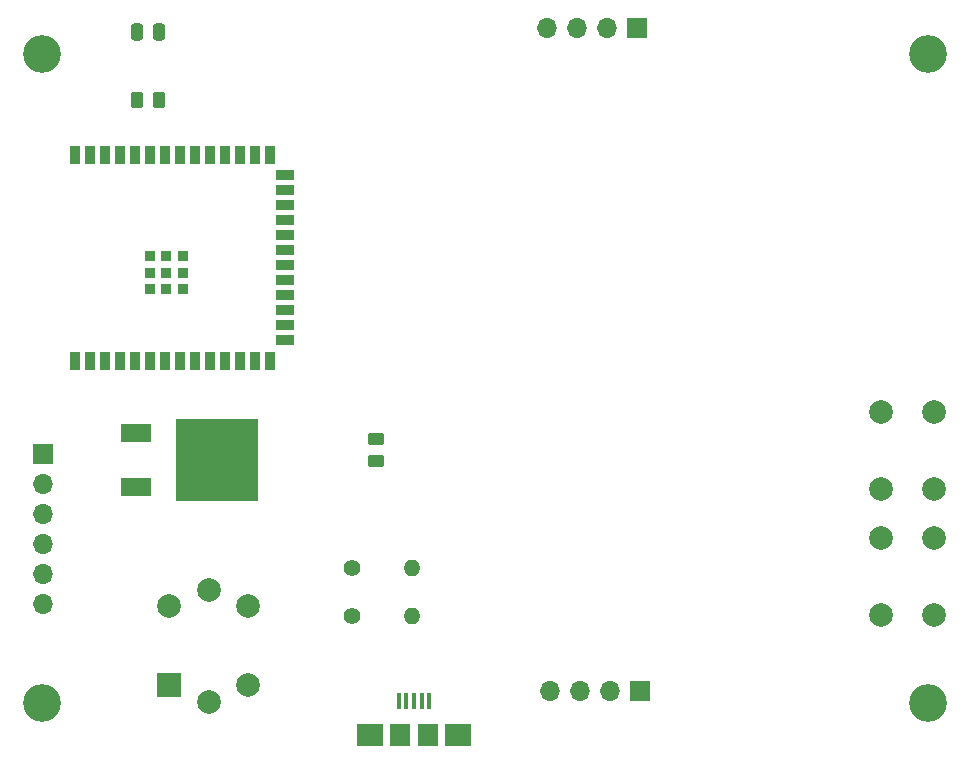
<source format=gbr>
%TF.GenerationSoftware,KiCad,Pcbnew,7.0.10*%
%TF.CreationDate,2024-03-26T13:41:38-05:00*%
%TF.ProjectId,ESP32,45535033-322e-46b6-9963-61645f706362,rev?*%
%TF.SameCoordinates,Original*%
%TF.FileFunction,Soldermask,Top*%
%TF.FilePolarity,Negative*%
%FSLAX46Y46*%
G04 Gerber Fmt 4.6, Leading zero omitted, Abs format (unit mm)*
G04 Created by KiCad (PCBNEW 7.0.10) date 2024-03-26 13:41:38*
%MOMM*%
%LPD*%
G01*
G04 APERTURE LIST*
G04 Aperture macros list*
%AMRoundRect*
0 Rectangle with rounded corners*
0 $1 Rounding radius*
0 $2 $3 $4 $5 $6 $7 $8 $9 X,Y pos of 4 corners*
0 Add a 4 corners polygon primitive as box body*
4,1,4,$2,$3,$4,$5,$6,$7,$8,$9,$2,$3,0*
0 Add four circle primitives for the rounded corners*
1,1,$1+$1,$2,$3*
1,1,$1+$1,$4,$5*
1,1,$1+$1,$6,$7*
1,1,$1+$1,$8,$9*
0 Add four rect primitives between the rounded corners*
20,1,$1+$1,$2,$3,$4,$5,0*
20,1,$1+$1,$4,$5,$6,$7,0*
20,1,$1+$1,$6,$7,$8,$9,0*
20,1,$1+$1,$8,$9,$2,$3,0*%
G04 Aperture macros list end*
%ADD10C,3.200000*%
%ADD11R,0.400000X1.400000*%
%ADD12R,2.300000X1.900000*%
%ADD13R,1.800000X1.900000*%
%ADD14RoundRect,0.250000X-0.450000X0.262500X-0.450000X-0.262500X0.450000X-0.262500X0.450000X0.262500X0*%
%ADD15R,0.889000X1.498600*%
%ADD16R,1.498600X0.889000*%
%ADD17R,0.889000X0.889000*%
%ADD18R,1.700000X1.700000*%
%ADD19O,1.700000X1.700000*%
%ADD20C,2.000000*%
%ADD21RoundRect,0.250000X0.250000X0.475000X-0.250000X0.475000X-0.250000X-0.475000X0.250000X-0.475000X0*%
%ADD22RoundRect,0.250000X-0.262500X-0.450000X0.262500X-0.450000X0.262500X0.450000X-0.262500X0.450000X0*%
%ADD23C,1.400000*%
%ADD24O,1.400000X1.400000*%
%ADD25R,2.000000X2.000000*%
%ADD26R,2.500000X1.500000*%
%ADD27R,7.000000X7.000000*%
G04 APERTURE END LIST*
D10*
%TO.C,H3*%
X84500000Y-128000000D03*
%TD*%
D11*
%TO.C,MicroUSB_5V1A_Wall1*%
X114700000Y-127800000D03*
X115350000Y-127800000D03*
X116000000Y-127800000D03*
X116650000Y-127800000D03*
X117300000Y-127800000D03*
D12*
X112250000Y-130650000D03*
D13*
X114850000Y-130650000D03*
X117150000Y-130650000D03*
D12*
X119750000Y-130650000D03*
%TD*%
D14*
%TO.C,R2*%
X112799500Y-105640500D03*
X112799500Y-107465500D03*
%TD*%
D15*
%TO.C,U2*%
X87320000Y-99047000D03*
X88590000Y-99047000D03*
X89860000Y-99047000D03*
X91130000Y-99047000D03*
X92400000Y-99047000D03*
X93670000Y-99047000D03*
X94940000Y-99047000D03*
X96210000Y-99047000D03*
X97480000Y-99047000D03*
X98750000Y-99047000D03*
X100020000Y-99047000D03*
X101290000Y-99047000D03*
X102560000Y-99047000D03*
X103830000Y-99047000D03*
D16*
X105080000Y-97282000D03*
X105080000Y-96012000D03*
X105080000Y-94742000D03*
X105080000Y-93472000D03*
X105080000Y-92202000D03*
X105080000Y-90932000D03*
X105080000Y-89662000D03*
X105080000Y-88392000D03*
X105080000Y-87122000D03*
X105080000Y-85852000D03*
X105080000Y-84582000D03*
X105080000Y-83312000D03*
D15*
X103830000Y-81547000D03*
X102560000Y-81547000D03*
X101290000Y-81547000D03*
X100020000Y-81547000D03*
X98750000Y-81547000D03*
X97480000Y-81547000D03*
X96210000Y-81547000D03*
X94940000Y-81547000D03*
X93670000Y-81547000D03*
X92400000Y-81547000D03*
X91130000Y-81547000D03*
X89860000Y-81547000D03*
X88590000Y-81547000D03*
X87320000Y-81547000D03*
D17*
X95040000Y-91547000D03*
X93640000Y-91547000D03*
X93640000Y-92947000D03*
X95040000Y-92947000D03*
X96440000Y-92947000D03*
X96440000Y-91547000D03*
X96440000Y-90147000D03*
X95040000Y-90147000D03*
X93640000Y-90147000D03*
%TD*%
D18*
%TO.C,USB_UART1*%
X84582000Y-106934000D03*
D19*
X84582000Y-109474000D03*
X84582000Y-112014000D03*
X84582000Y-114554000D03*
X84582000Y-117094000D03*
X84582000Y-119634000D03*
%TD*%
D20*
%TO.C,SW1*%
X160020000Y-114046000D03*
X160020000Y-120546000D03*
X155520000Y-114046000D03*
X155520000Y-120546000D03*
%TD*%
%TO.C,SW2*%
X160020000Y-103378000D03*
X160020000Y-109878000D03*
X155520000Y-103378000D03*
X155520000Y-109878000D03*
%TD*%
D19*
%TO.C,HC-SR4*%
X127254000Y-70866000D03*
X129794000Y-70866000D03*
X132334000Y-70866000D03*
D18*
X134874000Y-70866000D03*
%TD*%
D10*
%TO.C,H4*%
X84500000Y-73000000D03*
%TD*%
%TO.C,H1*%
X159500000Y-73000000D03*
%TD*%
%TO.C,H2*%
X159500000Y-128000000D03*
%TD*%
D21*
%TO.C,C2*%
X94422000Y-71168500D03*
X92522000Y-71168500D03*
%TD*%
D22*
%TO.C,R3*%
X92559500Y-76883500D03*
X94384500Y-76883500D03*
%TD*%
D18*
%TO.C,DHT22*%
X135128000Y-127000000D03*
D19*
X132588000Y-127000000D03*
X130048000Y-127000000D03*
X127508000Y-127000000D03*
%TD*%
D23*
%TO.C,R1*%
X110744000Y-116586000D03*
D24*
X115824000Y-116586000D03*
%TD*%
D23*
%TO.C,R4*%
X110744000Y-120650000D03*
D24*
X115824000Y-120650000D03*
%TD*%
D20*
%TO.C,MQ135*%
X95250000Y-119772000D03*
X98610000Y-118382000D03*
X101970000Y-119772000D03*
X101970000Y-126492000D03*
X98610000Y-127882000D03*
D25*
X95250000Y-126492000D03*
%TD*%
D26*
%TO.C,U1*%
X92464000Y-109702000D03*
D27*
X99314000Y-107402000D03*
D26*
X92464000Y-105102000D03*
%TD*%
M02*

</source>
